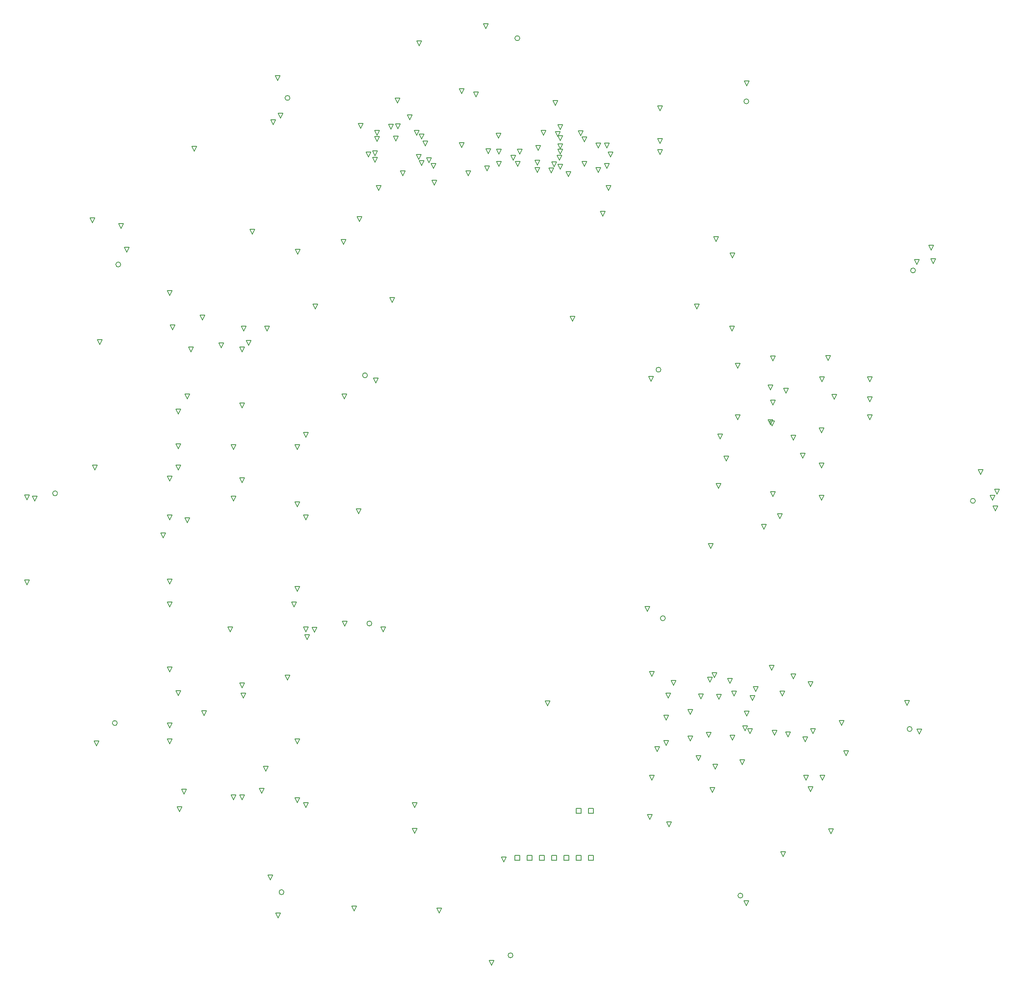
<source format=gbr>
%TF.GenerationSoftware,Altium Limited,Altium Designer,20.2.3 (150)*%
G04 Layer_Color=2752767*
%FSLAX45Y45*%
%MOMM*%
%TF.SameCoordinates,D065702F-5D7C-4ECE-B493-19553C93D9E3*%
%TF.FilePolarity,Positive*%
%TF.FileFunction,Drawing*%
%TF.Part,Single*%
G01*
G75*
%TA.AperFunction,NonConductor*%
%ADD55C,0.12700*%
%ADD110C,0.16933*%
D55*
X12288769Y4439879D02*
Y4541479D01*
X12390369D01*
Y4439879D01*
X12288769D01*
X12542769D02*
Y4541479D01*
X12644369D01*
Y4439879D01*
X12542769D01*
X11018769Y3471093D02*
Y3572693D01*
X11120369D01*
Y3471093D01*
X11018769D01*
X11272769D02*
Y3572693D01*
X11374369D01*
Y3471093D01*
X11272769D01*
X11526769D02*
Y3572693D01*
X11628369D01*
Y3471093D01*
X11526769D01*
X11780769D02*
Y3572693D01*
X11882369D01*
Y3471093D01*
X11780769D01*
X12288769D02*
Y3572693D01*
X12390369D01*
Y3471093D01*
X12288769D01*
X12542769D02*
Y3572693D01*
X12644369D01*
Y3471093D01*
X12542769D01*
X12034769D02*
Y3572693D01*
X12136369D01*
Y3471093D01*
X12034769D01*
X16002333Y6969493D02*
X15951534Y7071093D01*
X16053133D01*
X16002333Y6969493D01*
X15940631Y6780299D02*
X15889832Y6881899D01*
X15991431D01*
X15940631Y6780299D01*
X15559552Y6873464D02*
X15508752Y6975064D01*
X15610352D01*
X15559552Y6873464D01*
X14824197Y5538953D02*
X14773396Y5640553D01*
X14874997D01*
X14824197Y5538953D01*
X15170407Y5356459D02*
X15119608Y5458059D01*
X15221207D01*
X15170407Y5356459D01*
X15147491Y7250059D02*
X15096690Y7351659D01*
X15198291D01*
X15147491Y7250059D01*
X15061835Y7163483D02*
X15011034Y7265083D01*
X15112634D01*
X15061835Y7163483D01*
X14873016Y6812590D02*
X14822215Y6914190D01*
X14923816D01*
X14873016Y6812590D01*
X14653613Y6490703D02*
X14602814Y6592303D01*
X14704413D01*
X14653613Y6490703D01*
X14648837Y5945043D02*
X14598038Y6046643D01*
X14699638D01*
X14648837Y5945043D01*
X14302528Y7090471D02*
X14251729Y7192071D01*
X14353329D01*
X14302528Y7090471D01*
X15471140Y7131477D02*
X15420340Y7233077D01*
X15521941D01*
X15471140Y7131477D01*
X15035126Y6021065D02*
X14984326Y6122665D01*
X15085925D01*
X15035126Y6021065D01*
X14210475Y4160035D02*
X14159674Y4261635D01*
X14261275D01*
X14210475Y4160035D01*
X13812228Y4315958D02*
X13761427Y4417558D01*
X13863028D01*
X13812228Y4315958D01*
X7693660Y2423160D02*
X7642860Y2524760D01*
X7744460D01*
X7693660Y2423160D01*
X6692859Y4561840D02*
X6642059Y4663440D01*
X6743659D01*
X6692859Y4561840D01*
X9449242Y2373869D02*
X9398442Y2475469D01*
X9500042D01*
X9449242Y2373869D01*
X10795000Y3434080D02*
X10744200Y3535680D01*
X10845800D01*
X10795000Y3434080D01*
X6512860Y4658843D02*
X6462060Y4760443D01*
X6563660D01*
X6512860Y4658843D01*
X5196035Y4724436D02*
X5145235Y4826036D01*
X5246835D01*
X5196035Y4724436D01*
X6716601Y8041490D02*
X6665801Y8143090D01*
X6767401D01*
X6716601Y8041490D01*
X6874896Y8190794D02*
X6824096Y8292394D01*
X6925696D01*
X6874896Y8190794D01*
X8295787Y8198002D02*
X8244987Y8299602D01*
X8346587D01*
X8295787Y8198002D01*
X13759132Y8623866D02*
X13708331Y8725466D01*
X13809932D01*
X13759132Y8623866D01*
X12212996Y14634441D02*
X12162196Y14736041D01*
X12263796D01*
X12212996Y14634441D01*
X7474260Y16231503D02*
X7423460Y16333104D01*
X7525060D01*
X7474260Y16231503D01*
X6522024Y16025452D02*
X6471224Y16127052D01*
X6572824D01*
X6522024Y16025452D01*
X11960860Y18211800D02*
X11910060Y18313400D01*
X12011660D01*
X11960860Y18211800D01*
X11911147Y18462935D02*
X11860347Y18564536D01*
X11961947D01*
X11911147Y18462935D01*
X11481928Y17722647D02*
X11431128Y17824248D01*
X11532728D01*
X11481928Y17722647D01*
X11488420Y17873981D02*
X11437620Y17975580D01*
X11539220D01*
X11488420Y17873981D01*
X15189200Y16289020D02*
X15138400Y16390620D01*
X15239999D01*
X15189200Y16289020D01*
X7803634Y16699863D02*
X7752834Y16801462D01*
X7854434D01*
X7803634Y16699863D01*
X8201660Y17345660D02*
X8150860Y17447260D01*
X8252460D01*
X8201660Y17345660D01*
X7990545Y18043428D02*
X7939745Y18145029D01*
X8041345D01*
X7990545Y18043428D01*
X8125460Y18064481D02*
X8074660Y18166080D01*
X8176260D01*
X8125460Y18064481D01*
X12841496Y16814775D02*
X12790696Y16916376D01*
X12892296D01*
X12841496Y16814775D01*
X15524461Y15953108D02*
X15473662Y16054707D01*
X15575262D01*
X15524461Y15953108D01*
X12927258Y18230643D02*
X12876459Y18332242D01*
X12978059D01*
X12927258Y18230643D01*
X12748260D02*
X12697460Y18332242D01*
X12799060D01*
X12748260Y18230643D01*
X12379960Y18484642D02*
X12329160Y18586243D01*
X12430760D01*
X12379960Y18484642D01*
X12960802Y17345660D02*
X12910002Y17447260D01*
X13011601D01*
X12960802Y17345660D01*
X14025880Y18999200D02*
X13975079Y19100800D01*
X14076680D01*
X14025880Y18999200D01*
X19344627Y15812048D02*
X19293826Y15913649D01*
X19395427D01*
X19344627Y15812048D01*
X19634473Y16106140D02*
X19583673Y16207739D01*
X19685274D01*
X19634473Y16106140D01*
X20911819Y10929620D02*
X20861020Y11031220D01*
X20962621D01*
X20911819Y10929620D01*
X20968307Y10706974D02*
X20917506Y10808574D01*
X21019107D01*
X20968307Y10706974D01*
X19142506Y6681673D02*
X19091705Y6783273D01*
X19193306D01*
X19142506Y6681673D01*
X17388689Y5130648D02*
X17337888Y5232248D01*
X17439488D01*
X17388689Y5130648D01*
X17879060Y5638800D02*
X17828259Y5740400D01*
X17929860D01*
X17879060Y5638800D01*
X16570959Y3548380D02*
X16520160Y3649980D01*
X16621761D01*
X16570959Y3548380D01*
X10534284Y1296446D02*
X10483484Y1398046D01*
X10585084D01*
X10534284Y1296446D01*
X9035793Y20341666D02*
X8984993Y20443266D01*
X9086593D01*
X9035793Y20341666D01*
X8842169Y18814120D02*
X8791369Y18915720D01*
X8892969D01*
X8842169Y18814120D01*
X8990472Y18485889D02*
X8939672Y18587489D01*
X9041272D01*
X8990472Y18485889D01*
X10421650Y20701300D02*
X10370850Y20802901D01*
X10472450D01*
X10421650Y20701300D01*
X15821193Y19509740D02*
X15770393Y19611340D01*
X15871992D01*
X15821193Y19509740D01*
X19677760Y15829280D02*
X19626961Y15930881D01*
X19728561D01*
X19677760Y15829280D01*
X21000476Y11056620D02*
X20949677Y11158220D01*
X21051276D01*
X21000476Y11056620D01*
X19396419Y6085888D02*
X19345618Y6187488D01*
X19447218D01*
X19396419Y6085888D01*
X17564101Y4020820D02*
X17513300Y4122420D01*
X17614900D01*
X17564101Y4020820D01*
X8591177Y19156931D02*
X8540377Y19258531D01*
X8641977D01*
X8591177Y19156931D01*
X11858196Y19110349D02*
X11807396Y19211948D01*
X11908996D01*
X11858196Y19110349D01*
X12748260Y17722643D02*
X12697460Y17824242D01*
X12799060D01*
X12748260Y17722643D01*
X14025880Y18315939D02*
X13975079Y18417540D01*
X14076680D01*
X14025880Y18315939D01*
Y18087340D02*
X13975079Y18188940D01*
X14076680D01*
X14025880Y18087340D01*
X15808788Y2528517D02*
X15757986Y2630117D01*
X15859587D01*
X15808788Y2528517D01*
X8703691Y17647920D02*
X8652891Y17749519D01*
X8754491D01*
X8703691Y17647920D01*
X9027160Y17987473D02*
X8976360Y18089072D01*
X9077960D01*
X9027160Y17987473D01*
X9922556Y18231104D02*
X9871756Y18332704D01*
X9973356D01*
X9922556Y18231104D01*
X9090660Y17860493D02*
X9039860Y17962093D01*
X9141460D01*
X9090660Y17860493D01*
X9240520Y17919701D02*
X9189720Y18021300D01*
X9291320D01*
X9240520Y17919701D01*
X9331960Y17806229D02*
X9281160Y17907828D01*
X9382760D01*
X9331960Y17806229D01*
X20663812Y11463089D02*
X20613013Y11564689D01*
X20714612D01*
X20663812Y11463089D01*
X11609319Y18486053D02*
X11558519Y18587654D01*
X11660119D01*
X11609319Y18486053D01*
X9086832Y18416499D02*
X9036032Y18518098D01*
X9137632D01*
X9086832Y18416499D01*
X9161539Y18269305D02*
X9110739Y18370906D01*
X9212339D01*
X9161539Y18269305D01*
X11960860Y18610580D02*
X11910060Y18712180D01*
X12011660D01*
X11960860Y18610580D01*
X12456160Y18357642D02*
X12405360Y18459242D01*
X12506960D01*
X12456160Y18357642D01*
X8162920Y18359486D02*
X8112120Y18461086D01*
X8213720D01*
X8162920Y18359486D01*
X5587284Y16443243D02*
X5536484Y16544844D01*
X5638084D01*
X5587284Y16443243D01*
X4554220Y14664339D02*
X4503420Y14765939D01*
X4605020D01*
X4554220Y14664339D01*
X4581401Y6464582D02*
X4530601Y6566182D01*
X4632201D01*
X4581401Y6464582D01*
X4074160Y4478020D02*
X4023360Y4579620D01*
X4124960D01*
X4074160Y4478020D01*
X4169923Y4840046D02*
X4119123Y4941646D01*
X4220723D01*
X4169923Y4840046D01*
X3872220Y5882660D02*
X3821420Y5984260D01*
X3923020D01*
X3872220Y5882660D01*
Y6215380D02*
X3821420Y6316980D01*
X3923020D01*
X3872220Y6215380D01*
X8594334Y18622386D02*
X8543534Y18723985D01*
X8645134D01*
X8594334Y18622386D01*
X8162920Y18486465D02*
X8112120Y18588065D01*
X8213720D01*
X8162920Y18486465D01*
X4381358Y18159605D02*
X4330558Y18261206D01*
X4432158D01*
X4381358Y18159605D01*
X2427994Y14157770D02*
X2377194Y14259369D01*
X2478794D01*
X2427994Y14157770D01*
X2869000Y16559486D02*
X2818200Y16661087D01*
X2919800D01*
X2869000Y16559486D01*
X2983149Y16065950D02*
X2932349Y16167551D01*
X3033949D01*
X2983149Y16065950D01*
X6512860Y10795000D02*
X6462060Y10896600D01*
X6563660D01*
X6512860Y10795000D01*
X7826520Y18628853D02*
X7775720Y18730453D01*
X7877320D01*
X7826520Y18628853D01*
X9349740Y17459959D02*
X9298940Y17561560D01*
X9400540D01*
X9349740Y17459959D01*
X8144523Y13361159D02*
X8093723Y13462759D01*
X8195323D01*
X8144523Y13361159D01*
X8482239Y15025040D02*
X8431439Y15126640D01*
X8533039D01*
X8482239Y15025040D01*
X9922556Y19354883D02*
X9871756Y19456483D01*
X9973356D01*
X9922556Y19354883D01*
X10210960Y19284763D02*
X10160160Y19386362D01*
X10261760D01*
X10210960Y19284763D01*
X1081009Y10914723D02*
X1030209Y11016323D01*
X1131809D01*
X1081009Y10914723D01*
X6512860Y9037620D02*
X6462060Y9139220D01*
X6563660D01*
X6512860Y9037620D01*
X5129042Y8203301D02*
X5078242Y8304901D01*
X5179842D01*
X5129042Y8203301D01*
X5192542Y10908518D02*
X5141742Y11010118D01*
X5243342D01*
X5192542Y10908518D01*
X7781976Y10652437D02*
X7731176Y10754037D01*
X7832776D01*
X7781976Y10652437D01*
X13836264Y13394464D02*
X13785464Y13496065D01*
X13887064D01*
X13836264Y13394464D01*
X5859780Y5316220D02*
X5808980Y5417820D01*
X5910580D01*
X5859780Y5316220D01*
X922020Y9171940D02*
X871220Y9273540D01*
X972820D01*
X922020Y9171940D01*
X2322383Y11557000D02*
X2271583Y11658600D01*
X2373183D01*
X2322383Y11557000D01*
X4052219D02*
X4001419Y11658600D01*
X4103019D01*
X4052219Y11557000D01*
X922020Y10934700D02*
X871220Y11036300D01*
X972820D01*
X922020Y10934700D01*
X4052219Y11992544D02*
X4001419Y12094144D01*
X4103019D01*
X4052219Y11992544D01*
X5372542Y12844780D02*
X5321742Y12946381D01*
X5423342D01*
X5372542Y12844780D01*
X2275840Y16680180D02*
X2225040Y16781779D01*
X2326640D01*
X2275840Y16680180D01*
X6106160Y19626956D02*
X6055360Y19728555D01*
X6156960D01*
X6106160Y19626956D01*
X14192047Y6831127D02*
X14141248Y6932727D01*
X14242847D01*
X14192047Y6831127D01*
X17045940Y5130648D02*
X16995140Y5232248D01*
X17096741D01*
X17045940Y5130648D01*
X17365858Y10929620D02*
X17315057Y11031220D01*
X17416658D01*
X17365858Y10929620D01*
Y11592992D02*
X17315057Y11694592D01*
X17416658D01*
X17365858Y11592992D01*
X18366187Y12593320D02*
X18315385Y12694920D01*
X18416986D01*
X18366187Y12593320D01*
Y12967255D02*
X18315385Y13068854D01*
X18416986D01*
X18366187Y12967255D01*
X8941242Y4561840D02*
X8890442Y4663440D01*
X8992042D01*
X8941242Y4561840D01*
Y4025900D02*
X8890442Y4127500D01*
X8992042D01*
X8941242Y4025900D01*
X15074899Y9931400D02*
X15024100Y10033000D01*
X15125700D01*
X15074899Y9931400D01*
X17033240Y5920740D02*
X16982440Y6022340D01*
X17084039D01*
X17033240Y5920740D01*
X15730220Y5450840D02*
X15679420Y5552440D01*
X15781020D01*
X15730220Y5450840D01*
X8125460Y17932401D02*
X8074660Y18034000D01*
X8176260D01*
X8125460Y17932401D01*
X3937000Y14455141D02*
X3886200Y14556740D01*
X3987800D01*
X3937000Y14455141D01*
X11958737Y18103642D02*
X11907937Y18205241D01*
X12009537D01*
X11958737Y18103642D01*
X10693400Y18103647D02*
X10642600Y18205247D01*
X10744200D01*
X10693400Y18103647D01*
X15267940Y12197080D02*
X15217140Y12298680D01*
X15318739D01*
X15267940Y12197080D01*
X15635223Y12593320D02*
X15584424Y12694920D01*
X15686024D01*
X15635223Y12593320D01*
X17365863Y12323318D02*
X17315063Y12424918D01*
X17416663D01*
X17365863Y12323318D01*
X11773967Y17708881D02*
X11723167Y17810480D01*
X11824767D01*
X11773967Y17708881D01*
X11506200Y18178780D02*
X11455400Y18280380D01*
X11557000D01*
X11506200Y18178780D01*
X17785080Y6261100D02*
X17734280Y6362700D01*
X17835880D01*
X17785080Y6261100D01*
X15786836Y6155157D02*
X15736037Y6256757D01*
X15837637D01*
X15786836Y6155157D01*
X8454080Y18613445D02*
X8403280Y18715045D01*
X8504880D01*
X8454080Y18613445D01*
X10469108Y18104105D02*
X10418308Y18205704D01*
X10519908D01*
X10469108Y18104105D01*
X10050780Y17647920D02*
X9999980Y17749519D01*
X10101580D01*
X10050780Y17647920D01*
X13002260Y18040141D02*
X12951460Y18141742D01*
X13053059D01*
X13002260Y18040141D01*
X12125960Y17630141D02*
X12075160Y17731740D01*
X12176760D01*
X12125960Y17630141D01*
X12926060Y17805400D02*
X12875259Y17907001D01*
X12976860D01*
X12926060Y17805400D01*
X11076940Y17849648D02*
X11026140Y17951247D01*
X11127740D01*
X11076940Y17849648D01*
X11830858Y17838141D02*
X11780058Y17939742D01*
X11881658D01*
X11830858Y17838141D01*
X11961820Y17786142D02*
X11911020Y17887743D01*
X12012620D01*
X11961820Y17786142D01*
X10693400Y17849648D02*
X10642600Y17951247D01*
X10744200D01*
X10693400Y17849648D01*
X5192542Y11976100D02*
X5141742Y12077700D01*
X5243342D01*
X5192542Y11976100D01*
X10439908Y17752060D02*
X10389108Y17853661D01*
X10490708D01*
X10439908Y17752060D01*
X4052219Y6880860D02*
X4001419Y6982460D01*
X4103019D01*
X4052219Y6880860D01*
X4234180Y13025121D02*
X4183380Y13126720D01*
X4284980D01*
X4234180Y13025121D01*
X4052219Y12717780D02*
X4001419Y12819380D01*
X4103019D01*
X4052219Y12717780D01*
X7485868Y13025121D02*
X7435068Y13126720D01*
X7536668D01*
X7485868Y13025121D01*
X4234180Y10464800D02*
X4183380Y10566400D01*
X4284980D01*
X4234180Y10464800D01*
X6692859Y12232112D02*
X6642059Y12333712D01*
X6743659D01*
X6692859Y12232112D01*
X5956300Y3063240D02*
X5905500Y3164840D01*
X6007100D01*
X5956300Y3063240D01*
X16786861Y7226300D02*
X16736060Y7327900D01*
X16837660D01*
X16786861Y7226300D01*
X17139905Y7066478D02*
X17089105Y7168078D01*
X17190704D01*
X17139905Y7066478D01*
X16555734Y6873255D02*
X16504935Y6974855D01*
X16606535D01*
X16555734Y6873255D01*
X16365540Y12898120D02*
X16314740Y12999719D01*
X16416341D01*
X16365540Y12898120D01*
X8559800Y18369279D02*
X8509000Y18470880D01*
X8610600D01*
X8559800Y18369279D01*
X11944558Y17976642D02*
X11893758Y18078242D01*
X11995358D01*
X11944558Y17976642D01*
X10986927Y17976646D02*
X10936127Y18078247D01*
X11037727D01*
X10986927Y17976646D01*
X4940300Y14084300D02*
X4889500Y14185899D01*
X4991100D01*
X4940300Y14084300D01*
X13855701Y5128260D02*
X13804900Y5229860D01*
X13906500D01*
X13855701Y5128260D01*
X12456820Y17849641D02*
X12406020Y17951242D01*
X12507620D01*
X12456820Y17849641D01*
X11696700Y6667500D02*
X11645900Y6769100D01*
X11747500D01*
X11696700Y6667500D01*
X6121400Y2271441D02*
X6070600Y2373041D01*
X6172200D01*
X6121400Y2271441D01*
X11960860Y18381979D02*
X11910060Y18483580D01*
X12011660D01*
X11960860Y18381979D01*
X2357100Y5842000D02*
X2306300Y5943600D01*
X2407900D01*
X2357100Y5842000D01*
X6019800Y18709641D02*
X5969000Y18811240D01*
X6070600D01*
X6019800Y18709641D01*
X11125200Y18103647D02*
X11074400Y18205247D01*
X11176000D01*
X11125200Y18103647D01*
X6164580Y18844260D02*
X6113780Y18945860D01*
X6215380D01*
X6164580Y18844260D01*
X10683240Y18430240D02*
X10632440Y18531841D01*
X10734040D01*
X10683240Y18430240D01*
X3872220Y11322060D02*
X3821420Y11423660D01*
X3923020D01*
X3872220Y11322060D01*
X15234920Y11173460D02*
X15184120Y11275060D01*
X15285719D01*
X15234920Y11173460D01*
X13856767Y7275627D02*
X13805968Y7377227D01*
X13907567D01*
X13856767Y7275627D01*
X16365540Y11008360D02*
X16314740Y11109960D01*
X16416341D01*
X16365540Y11008360D01*
X15819119Y6461760D02*
X15768320Y6563360D01*
X15869920D01*
X15819119Y6461760D01*
X16976273Y11802293D02*
X16925473Y11903893D01*
X17027074D01*
X16976273Y11802293D01*
X3872220Y15166341D02*
X3821420Y15267940D01*
X3923020D01*
X3872220Y15166341D01*
X5372542Y14004900D02*
X5321742Y14106500D01*
X5423342D01*
X5372542Y14004900D01*
X5506720Y14137640D02*
X5455920Y14239240D01*
X5557520D01*
X5506720Y14137640D01*
X16508919Y10550784D02*
X16458118Y10652384D01*
X16559718D01*
X16508919Y10550784D01*
X5394960Y6830060D02*
X5344160Y6931660D01*
X5445760D01*
X5394960Y6830060D01*
X16334740Y7404100D02*
X16283940Y7505700D01*
X16385539D01*
X16334740Y7404100D01*
X16635538Y13144501D02*
X16584737Y13246100D01*
X16686337D01*
X16635538Y13144501D01*
X4310380Y14005560D02*
X4259580Y14107159D01*
X4361180D01*
X4310380Y14005560D01*
X16365535Y13817599D02*
X16314735Y13919200D01*
X16416335D01*
X16365535Y13817599D01*
X16311880Y13218159D02*
X16261079Y13319760D01*
X16362680D01*
X16311880Y13218159D01*
X14150340Y6375400D02*
X14099541Y6477000D01*
X14201140D01*
X14150340Y6375400D01*
X16395700Y6057900D02*
X16344901Y6159500D01*
X16446500D01*
X16395700Y6057900D01*
X16786861Y12174220D02*
X16736060Y12275820D01*
X16837660D01*
X16786861Y12174220D01*
X17635860Y13023219D02*
X17585060Y13124820D01*
X17686659D01*
X17635860Y13023219D01*
X17505679Y13825220D02*
X17454880Y13926820D01*
X17556480D01*
X17505679Y13825220D01*
X6512860Y11980880D02*
X6462060Y12082480D01*
X6563660D01*
X6512860Y11980880D01*
X17381219Y13383260D02*
X17330420Y13484860D01*
X17432021D01*
X17381219Y13383260D01*
X18366180D02*
X18315381Y13484860D01*
X18416982D01*
X18366180Y13383260D01*
X6692900Y10523220D02*
X6642100Y10624820D01*
X6743700D01*
X6692900Y10523220D01*
X13961932Y5719415D02*
X13911133Y5821015D01*
X14012733D01*
X13961932Y5719415D01*
X15635219Y13662660D02*
X15584419Y13764259D01*
X15686018D01*
X15635219Y13662660D01*
X3870960Y10523220D02*
X3820160Y10624820D01*
X3921760D01*
X3870960Y10523220D01*
X15887700Y6090920D02*
X15836900Y6192520D01*
X15938499D01*
X15887700Y6090920D01*
X17145000Y4894580D02*
X17094200Y4996180D01*
X17195799D01*
X17145000Y4894580D01*
X15394940Y11739880D02*
X15344141Y11841480D01*
X15445740D01*
X15394940Y11739880D01*
X3872220Y7369820D02*
X3821420Y7471420D01*
X3923020D01*
X3872220Y7369820D01*
X16311880Y12496800D02*
X16261079Y12598400D01*
X16362680D01*
X16311880Y12496800D01*
X16343819Y12465238D02*
X16293018Y12566838D01*
X16394618D01*
X16343819Y12465238D01*
X15110460Y4874260D02*
X15059660Y4975860D01*
X15161259D01*
X15110460Y4874260D01*
X5372542Y11289858D02*
X5321742Y11391458D01*
X5423342D01*
X5372542Y11289858D01*
X14151935Y5848025D02*
X14101135Y5949625D01*
X14202734D01*
X14151935Y5848025D01*
X6888480Y14892020D02*
X6837680Y14993620D01*
X6939280D01*
X6888480Y14892020D01*
X14787880D02*
X14737080Y14993620D01*
X14838680D01*
X14787880Y14892020D01*
X3738880Y10149840D02*
X3688080Y10251440D01*
X3789680D01*
X3738880Y10149840D01*
X16672560Y6024880D02*
X16621761Y6126480D01*
X16723360D01*
X16672560Y6024880D01*
X5402783Y14432280D02*
X5351983Y14533881D01*
X5453583D01*
X5402783Y14432280D01*
X5892800D02*
X5842000Y14533881D01*
X5943600D01*
X5892800Y14432280D01*
X15519400D02*
X15468600Y14533881D01*
X15570200D01*
X15519400Y14432280D01*
X15527020Y5961380D02*
X15476221Y6062980D01*
X15577820D01*
X15527020Y5961380D01*
X6512860Y5882340D02*
X6462060Y5983940D01*
X6563660D01*
X6512860Y5882340D01*
X5372542Y4722343D02*
X5321742Y4823943D01*
X5423342D01*
X5372542Y4722343D01*
Y7043420D02*
X5321742Y7145020D01*
X5423342D01*
X5372542Y7043420D01*
X15242540Y6807200D02*
X15191740Y6908800D01*
X15293340D01*
X15242540Y6807200D01*
X6309360Y7203440D02*
X6258560Y7305040D01*
X6360160D01*
X6309360Y7203440D01*
X3872220Y8722360D02*
X3821420Y8823960D01*
X3923020D01*
X3872220Y8722360D01*
X6446520D02*
X6395720Y8823960D01*
X6497320D01*
X6446520Y8722360D01*
X3872220Y9194800D02*
X3821420Y9296400D01*
X3923020D01*
X3872220Y9194800D01*
X5778500Y4859020D02*
X5727700Y4960620D01*
X5829300D01*
X5778500Y4859020D01*
X17195799Y6090920D02*
X17145000Y6192520D01*
X17246600D01*
X17195799Y6090920D01*
X7495540Y8321004D02*
X7444740Y8422604D01*
X7546340D01*
X7495540Y8321004D01*
X16177260Y10325100D02*
X16126460Y10426700D01*
X16228059D01*
X16177260Y10325100D01*
X6692859Y8203301D02*
X6642059Y8304901D01*
X6743659D01*
X6692859Y8203301D01*
D110*
X1550777Y11070900D02*
G03*
X1550777Y11070900I-50800J0D01*
G01*
X14134506Y8483158D02*
G03*
X14134506Y8483158I-50800J0D01*
G01*
X14043623Y13632916D02*
G03*
X14043623Y13632916I-50800J0D01*
G01*
X7967096Y13516840D02*
G03*
X7967096Y13516840I-50800J0D01*
G01*
X8057855Y8374537D02*
G03*
X8057855Y8374537I-50800J0D01*
G01*
X20553751Y10915330D02*
G03*
X20553751Y10915330I-50800J0D01*
G01*
X2859100Y15811348D02*
G03*
X2859100Y15811348I-50800J0D01*
G01*
X2788011Y6311346D02*
G03*
X2788011Y6311346I-50800J0D01*
G01*
X6239342Y2808112D02*
G03*
X6239342Y2808112I-50800J0D01*
G01*
X10979902Y1499997D02*
G03*
X10979902Y1499997I-50800J0D01*
G01*
X15739343Y2737399D02*
G03*
X15739343Y2737399I-50800J0D01*
G01*
X19242502Y6188649D02*
G03*
X19242502Y6188649I-50800J0D01*
G01*
X19313586Y15688655D02*
G03*
X19313586Y15688655I-50800J0D01*
G01*
X15862259Y19191888D02*
G03*
X15862259Y19191888I-50800J0D01*
G01*
X11121700Y20500005D02*
G03*
X11121700Y20500005I-50800J0D01*
G01*
X6362253Y19262598D02*
G03*
X6362253Y19262598I-50800J0D01*
G01*
%TF.MD5,ba07b67d4c2f0ecabca3855720e81135*%
M02*

</source>
